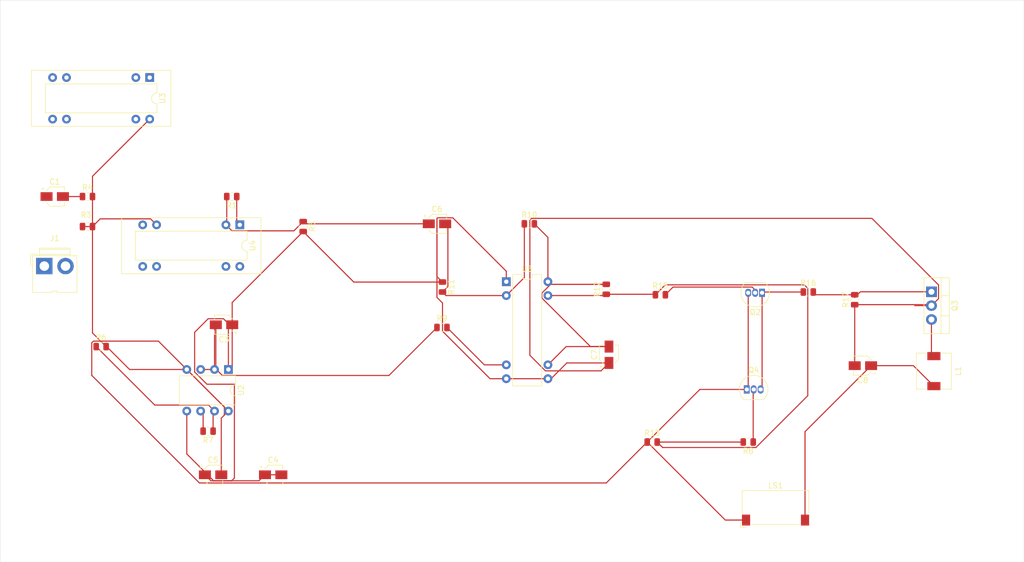
<source format=kicad_pcb>
(kicad_pcb (version 20240108) (generator "pcbnew") (generator_version "8.0")
  (layers (0 "F.Cu" signal) (31 "B.Cu" signal) (34 "B.Paste" user) (35 "F.Paste" user) (36 "B.SilkS" user "B.Silkscreen") (37 "F.SilkS" user "F.Silkscreen") (38 "B.Mask" user) (39 "F.Mask" user) (44 "Edge.Cuts" user))
  (net 0 "")
  (net 1 "/+12v")
  (net 2 "/driver_out")
  (net 3 "Net-(Q2-B)")
  (net 4 "Earth")
  (net 5 "Net-(Q3-G)")
  (net 6 "/sw_out")
  (net 7 "/tri_input")
  (net 8 "Net-(U2-DIS)")
  (net 9 "Net-(C1-Pad2)")
  (net 10 "/v_out")
  (net 11 "/+5v")
  (net 12 "/filter_out")
  (net 13 "Net-(R1-Pad1)")
  (net 14 "/PWM_NET")
  (net 15 "Net-(U5-+)")
  (net 16 "Net-(U5--)")
  (net 17 "/-12v")
  (net 18 "Net-(Q4-B)")
  (net 19 "Net-(J1-Pin_1)")
  (net 20 "/±12v")
  (footprint "Capacitor_SMD:CP_Elec_3x5.3" (layer "F.Cu") (at 98.5 84.5)
    (property "Reference" "C6" (at 0 -2.7 0) (layer "F.SilkS"))
    (property "Value" "C")
    (fp_line (start -2.375 -1.435) (end -2 -1.435) (stroke (width 0.12)) (layer "F.SilkS"))
    (fp_line (start -2.1875 -1.6225) (end -2.1875 -1.2475) (stroke (width 0.12)) (layer "F.SilkS"))
    (fp_line (start -1.570563 -1.06) (end -0.870563 -1.76) (stroke (width 0.12)) (layer "F.SilkS"))
    (fp_line (start -1.570563 1.06) (end -0.870563 1.76) (stroke (width 0.12)) (layer "F.SilkS"))
    (fp_line (start -0.870563 -1.76) (end 1.76 -1.76) (stroke (width 0.12)) (layer "F.SilkS"))
    (fp_line (start -0.870563 1.76) (end 1.76 1.76) (stroke (width 0.12)) (layer "F.SilkS"))
    (fp_line (start 1.76 -1.76) (end 1.76 -1.06) (stroke (width 0.12)) (layer "F.SilkS"))
    (fp_line (start 1.76 1.76) (end 1.76 1.06) (stroke (width 0.12)) (layer "F.SilkS"))
    (pad "1" smd rect (at -1.5 0) (size 2.2 1.6) (layers "F.Cu" "F.Paste" "F.Mask") (net 10 "/v_out"))
    (pad "2" smd rect (at 1.5 0) (size 2.2 1.6) (layers "F.Cu" "F.Paste" "F.Mask") (net 15 "Net-(U5-+)"))
  )
  (footprint "Capacitor_SMD:CP_Elec_3x5.3" (layer "F.Cu") (at 176.5 110.5 180)
    (property "Reference" "C8" (at 0 -2.7 0) (layer "F.SilkS"))
    (property "Value" "C")
    (fp_line (start 1.76 1.76) (end 1.76 1.06) (stroke (width 0.12)) (layer "F.SilkS"))
    (fp_line (start 1.76 -1.76) (end 1.76 -1.06) (stroke (width 0.12)) (layer "F.SilkS"))
    (fp_line (start -0.870563 1.76) (end 1.76 1.76) (stroke (width 0.12)) (layer "F.SilkS"))
    (fp_line (start -0.870563 -1.76) (end 1.76 -1.76) (stroke (width 0.12)) (layer "F.SilkS"))
    (fp_line (start -1.570563 1.06) (end -0.870563 1.76) (stroke (width 0.12)) (layer "F.SilkS"))
    (fp_line (start -1.570563 -1.06) (end -0.870563 -1.76) (stroke (width 0.12)) (layer "F.SilkS"))
    (fp_line (start -2.1875 -1.6225) (end -2.1875 -1.2475) (stroke (width 0.12)) (layer "F.SilkS"))
    (fp_line (start -2.375 -1.435) (end -2 -1.435) (stroke (width 0.12)) (layer "F.SilkS"))
    (pad "1" smd rect (at -1.5 0 180) (size 2.2 1.6) (layers "F.Cu" "F.Paste" "F.Mask") (net 12 "/filter_out"))
    (pad "2" smd rect (at 1.5 0 180) (size 2.2 1.6) (layers "F.Cu" "F.Paste" "F.Mask") (net 4 "Earth"))
  )
  (footprint "Inductor_SMD:L_6.3x6.3_H3" (layer "F.Cu") (at 189.5 111.5 -90)
    (property "Reference" "L1" (at 0 -4.45 90) (layer "F.SilkS"))
    (property "Value" "L")
    (fp_line (start -3.3 3.2) (end -3.3 1.5) (stroke (width 0.12)) (layer "F.SilkS"))
    (fp_line (start 3.3 3.2) (end -3.3 3.2) (stroke (width 0.12)) (layer "F.SilkS"))
    (fp_line (start 3.3 1.5) (end 3.3 3.2) (stroke (width 0.12)) (layer "F.SilkS"))
    (fp_line (start -3.3 -1.5) (end -3.3 -3.2) (stroke (width 0.12)) (layer "F.SilkS"))
    (fp_line (start -3.3 -3.2) (end 3.3 -3.2) (stroke (width 0.12)) (layer "F.SilkS"))
    (fp_line (start 3.3 -3.2) (end 3.3 -1.5) (stroke (width 0.12)) (layer "F.SilkS"))
    (pad "1" smd rect (at -2.75 0 270) (size 1.5 2.4) (layers "F.Cu" "F.Paste" "F.Mask") (net 6 "/sw_out"))
    (pad "2" smd rect (at 2.75 0 270) (size 1.5 2.4) (layers "F.Cu" "F.Paste" "F.Mask") (net 12 "/filter_out"))
  )
  (footprint "Capacitor_SMD:CP_Elec_3x5.3" (layer "F.Cu") (at 59.5 103 180)
    (property "Reference" "C3" (at 0 -2.7 0) (layer "F.SilkS"))
    (property "Value" "C")
    (fp_line (start 1.76 1.76) (end 1.76 1.06) (stroke (width 0.12)) (layer "F.SilkS"))
    (fp_line (start 1.76 -1.76) (end 1.76 -1.06) (stroke (width 0.12)) (layer "F.SilkS"))
    (fp_line (start -0.870563 1.76) (end 1.76 1.76) (stroke (width 0.12)) (layer "F.SilkS"))
    (fp_line (start -0.870563 -1.76) (end 1.76 -1.76) (stroke (width 0.12)) (layer "F.SilkS"))
    (fp_line (start -1.570563 1.06) (end -0.870563 1.76) (stroke (width 0.12)) (layer "F.SilkS"))
    (fp_line (start -1.570563 -1.06) (end -0.870563 -1.76) (stroke (width 0.12)) (layer "F.SilkS"))
    (fp_line (start -2.1875 -1.6225) (end -2.1875 -1.2475) (stroke (width 0.12)) (layer "F.SilkS"))
    (fp_line (start -2.375 -1.435) (end -2 -1.435) (stroke (width 0.12)) (layer "F.SilkS"))
    (pad "1" smd rect (at -1.5 0 180) (size 2.2 1.6) (layers "F.Cu" "F.Paste" "F.Mask") (net 4 "Earth"))
    (pad "2" smd rect (at 1.5 0 180) (size 2.2 1.6) (layers "F.Cu" "F.Paste" "F.Mask") (net 7 "/tri_input"))
  )
  (footprint "Resistor_SMD:R_0805_2012Metric" (layer "F.Cu") (at 166.5 97)
    (property "Reference" "R16" (at 0 -1.65 0) (layer "F.SilkS"))
    (property "Value" "R")
    (fp_line (start -0.227064 -0.735) (end 0.227064 -0.735) (stroke (width 0.12)) (layer "F.SilkS"))
    (fp_line (start -0.227064 0.735) (end 0.227064 0.735) (stroke (width 0.12)) (layer "F.SilkS"))
    (pad "1" smd roundrect (at -0.9125 0) (size 1.025 1.4) (layers "F.Cu" "F.Paste" "F.Mask") (roundrect_rratio 0.243902) (net 2 "/driver_out"))
    (pad "2" smd roundrect (at 0.9125 0) (size 1.025 1.4) (layers "F.Cu" "F.Paste" "F.Mask") (roundrect_rratio 0.243902) (net 5 "Net-(Q3-G)"))
  )
  (footprint "Capacitor_SMD:CP_Elec_3x5.3" (layer "F.Cu") (at 57.5 130.5)
    (property "Reference" "C5" (at 0 -2.7 0) (layer "F.SilkS"))
    (property "Value" "C")
    (fp_line (start -2.375 -1.435) (end -2 -1.435) (stroke (width 0.12)) (layer "F.SilkS"))
    (fp_line (start -2.1875 -1.6225) (end -2.1875 -1.2475) (stroke (width 0.12)) (layer "F.SilkS"))
    (fp_line (start -1.570563 -1.06) (end -0.870563 -1.76) (stroke (width 0.12)) (layer "F.SilkS"))
    (fp_line (start -1.570563 1.06) (end -0.870563 1.76) (stroke (width 0.12)) (layer "F.SilkS"))
    (fp_line (start -0.870563 -1.76) (end 1.76 -1.76) (stroke (width 0.12)) (layer "F.SilkS"))
    (fp_line (start -0.870563 1.76) (end 1.76 1.76) (stroke (width 0.12)) (layer "F.SilkS"))
    (fp_line (start 1.76 -1.76) (end 1.76 -1.06) (stroke (width 0.12)) (layer "F.SilkS"))
    (fp_line (start 1.76 1.76) (end 1.76 1.06) (stroke (width 0.12)) (layer "F.SilkS"))
    (pad "1" smd rect (at -1.5 0) (size 2.2 1.6) (layers "F.Cu" "F.Paste" "F.Mask") (net 4 "Earth"))
    (pad "2" smd rect (at 1.5 0) (size 2.2 1.6) (layers "F.Cu" "F.Paste" "F.Mask") (net 1 "/+12v"))
  )
  (footprint "Resistor_SMD:R_0805_2012Metric" (layer "F.Cu") (at 56.5875 122.5 180)
    (property "Reference" "R7" (at 0 -1.65 0) (layer "F.SilkS"))
    (property "Value" "R")
    (fp_line (start -0.227064 0.735) (end 0.227064 0.735) (stroke (width 0.12)) (layer "F.SilkS"))
    (fp_line (start -0.227064 -0.735) (end 0.227064 -0.735) (stroke (width 0.12)) (layer "F.SilkS"))
    (pad "1" smd roundrect (at -0.9125 0 180) (size 1.025 1.4) (layers "F.Cu" "F.Paste" "F.Mask") (roundrect_rratio 0.243902) (net 8 "Net-(U2-DIS)"))
    (pad "2" smd roundrect (at 0.9125 0 180) (size 1.025 1.4) (layers "F.Cu" "F.Paste" "F.Mask") (roundrect_rratio 0.243902) (net 7 "/tri_input"))
  )
  (footprint "Capacitor_SMD:CP_Elec_3x5.3" (layer "F.Cu") (at 28.5 79.5)
    (property "Reference" "C1" (at 0 -2.7 0) (layer "F.SilkS"))
    (property "Value" "C")
    (fp_line (start -2.375 -1.435) (end -2 -1.435) (stroke (width 0.12)) (layer "F.SilkS"))
    (fp_line (start -2.1875 -1.6225) (end -2.1875 -1.2475) (stroke (width 0.12)) (layer "F.SilkS"))
    (fp_line (start -1.570563 -1.06) (end -0.870563 -1.76) (stroke (width 0.12)) (layer "F.SilkS"))
    (fp_line (start -1.570563 1.06) (end -0.870563 1.76) (stroke (width 0.12)) (layer "F.SilkS"))
    (fp_line (start -0.870563 -1.76) (end 1.76 -1.76) (stroke (width 0.12)) (layer "F.SilkS"))
    (fp_line (start -0.870563 1.76) (end 1.76 1.76) (stroke (width 0.12)) (layer "F.SilkS"))
    (fp_line (start 1.76 -1.76) (end 1.76 -1.06) (stroke (width 0.12)) (layer "F.SilkS"))
    (fp_line (start 1.76 1.76) (end 1.76 1.06) (stroke (width 0.12)) (layer "F.SilkS"))
    (pad "1" smd rect (at -1.5 0) (size 2.2 1.6) (layers "F.Cu" "F.Paste" "F.Mask") (net 19 "Net-(J1-Pin_1)"))
    (pad "2" smd rect (at 1.5 0) (size 2.2 1.6) (layers "F.Cu" "F.Paste" "F.Mask") (net 9 "Net-(C1-Pad2)"))
  )
  (footprint "Capacitor_SMD:CP_Elec_3x5.3" (layer "F.Cu") (at 68.5 130.5)
    (property "Reference" "C4" (at 0 -2.7 0) (layer "F.SilkS"))
    (property "Value" "C")
    (fp_line (start -2.375 -1.435) (end -2 -1.435) (stroke (width 0.12)) (layer "F.SilkS"))
    (fp_line (start -2.1875 -1.6225) (end -2.1875 -1.2475) (stroke (width 0.12)) (layer "F.SilkS"))
    (fp_line (start -1.570563 -1.06) (end -0.870563 -1.76) (stroke (width 0.12)) (layer "F.SilkS"))
    (fp_line (start -1.570563 1.06) (end -0.870563 1.76) (stroke (width 0.12)) (layer "F.SilkS"))
    (fp_line (start -0.870563 -1.76) (end 1.76 -1.76) (stroke (width 0.12)) (layer "F.SilkS"))
    (fp_line (start -0.870563 1.76) (end 1.76 1.76) (stroke (width 0.12)) (layer "F.SilkS"))
    (fp_line (start 1.76 -1.76) (end 1.76 -1.06) (stroke (width 0.12)) (layer "F.SilkS"))
    (fp_line (start 1.76 1.76) (end 1.76 1.06) (stroke (width 0.12)) (layer "F.SilkS"))
    (pad "1" smd rect (at -1.5 0) (size 2.2 1.6) (layers "F.Cu" "F.Paste" "F.Mask") (net 4 "Earth"))
    (pad "2" smd rect (at 1.5 0) (size 2.2 1.6) (layers "F.Cu" "F.Paste" "F.Mask") (net 4 "Earth"))
  )
  (footprint "Connector:JWT_A3963_1x02_P3.96mm_Vertical" (layer "F.Cu") (at 26.5925 92.25)
    (property "Reference" "J1" (at 1.91 -5.08 0) (layer "F.SilkS"))
    (property "Value" "Conn_01x02")
    (fp_line (start -2.5 -2.2) (end -2.5 0) (stroke (width 0.12)) (layer "F.SilkS"))
    (fp_line (start -2.16 -1.91) (end -2.16 0) (stroke (width 0.12)) (layer "F.SilkS"))
    (fp_line (start -2.16 -1.91) (end 5.97 -1.91) (stroke (width 0.12)) (layer "F.SilkS"))
    (fp_line (start -2.16 0) (end -2.16 4.83) (stroke (width 0.12)) (layer "F.SilkS"))
    (fp_line (start -1.2 -2.2) (end -2.5 -2.2) (stroke (width 0.12)) (layer "F.SilkS"))
    (fp_line (start -0.89 -3.3) (end 4.7 -3.3) (stroke (width 0.12)) (layer "F.SilkS"))
    (fp_line (start -0.89 -3.05) (end 4.7 -3.05) (stroke (width 0.12)) (layer "F.SilkS"))
    (fp_line (start -0.89 -2.16) (end 4.7 -2.16) (stroke (width 0.12)) (layer "F.SilkS"))
    (fp_line (start -0.89 -1.91) (end -0.89 -3.3) (stroke (width 0.12)) (layer "F.SilkS"))
    (fp_line (start 1.52 4.57) (end 2.29 4.57) (stroke (width 0.12)) (layer "F.SilkS"))
    (fp_line (start 1.52 4.83) (end -2.16 4.83) (stroke (width 0.12)) (layer "F.SilkS"))
    (fp_line (start 1.52 4.83) (end 1.52 4.57) (stroke (width 0.12)) (layer "F.SilkS"))
    (fp_line (start 2.29 4.57) (end 2.29 4.83) (stroke (width 0.12)) (layer "F.SilkS"))
    (fp_line (start 2.29 4.83) (end 5.97 4.83) (stroke (width 0.12)) (layer "F.SilkS"))
    (fp_line (start 4.7 -1.91) (end 4.7 -3.3) (stroke (width 0.12)) (layer "F.SilkS"))
    (fp_line (start 5.97 -1.91) (end 5.97 0) (stroke (width 0.12)) (layer "F.SilkS"))
    (fp_line (start 5.97 4.83) (end 5.97 0) (stroke (width 0.12)) (layer "F.SilkS"))
    (pad "1" thru_hole rect (at 0 0) (size 3 3) (drill 1.75) (layers "*.Cu" "*.Mask") (net 19 "Net-(J1-Pin_1)"))
    (pad "2" thru_hole circle (at 3.88 0) (size 3 3) (drill 1.75) (layers "*.Cu" "*.Mask") (net 20 "/±12v"))
  )
  (footprint "Package_TO_SOT_THT:TO-92_Inline" (layer "F.Cu") (at 158.04 97.14 180)
    (property "Reference" "Q2" (at 1.27 -3.56 0) (layer "F.SilkS"))
    (property "Value" "BC557")
    (fp_line (start -0.53 1.85) (end 3.07 1.85) (stroke (width 0.12)) (layer "F.SilkS"))
    (fp_arc (start 1.27 -2.6) (mid 3.672087 -0.994977) (end 3.108478 1.838478) (stroke (width 0.12)) (layer "F.SilkS"))
    (fp_arc (start -0.568478 1.838478) (mid -1.132087 -0.994977) (end 1.27 -2.6) (stroke (width 0.12)) (layer "F.SilkS"))
    (pad "1" thru_hole rect (at 0 0 180) (size 1.05 1.5) (drill 0.75) (layers "*.Cu" "*.Mask") (net 2 "/driver_out"))
    (pad "2" thru_hole oval (at 1.27 0 180) (size 1.05 1.5) (drill 0.75) (layers "*.Cu" "*.Mask") (net 3 "Net-(Q2-B)"))
    (pad "3" thru_hole oval (at 2.54 0 180) (size 1.05 1.5) (drill 0.75) (layers "*.Cu" "*.Mask") (net 1 "/+12v"))
  )
  (footprint "Resistor_SMD:R_0805_2012Metric" (layer "F.Cu") (at 99.4125 103.5)
    (property "Reference" "R9" (at 0 -1.65 0) (layer "F.SilkS"))
    (property "Value" "R")
    (fp_line (start -0.227064 -0.735) (end 0.227064 -0.735) (stroke (width 0.12)) (layer "F.SilkS"))
    (fp_line (start -0.227064 0.735) (end 0.227064 0.735) (stroke (width 0.12)) (layer "F.SilkS"))
    (pad "1" smd roundrect (at -0.9125 0) (size 1.025 1.4) (layers "F.Cu" "F.Paste" "F.Mask") (roundrect_rratio 0.243902) (net 7 "/tri_input"))
    (pad "2" smd roundrect (at 0.9125 0) (size 1.025 1.4) (layers "F.Cu" "F.Paste" "F.Mask") (roundrect_rratio 0.243902) (net 16 "Net-(U5--)"))
  )
  (footprint "Resistor_SMD:R_0805_2012Metric" (layer "F.Cu") (at 175 98.4125 90)
    (property "Reference" "R17" (at 0 -1.65 90) (layer "F.SilkS"))
    (property "Value" "R")
    (fp_line (start -0.227064 -0.735) (end 0.227064 -0.735) (stroke (width 0.12)) (layer "F.SilkS"))
    (fp_line (start -0.227064 0.735) (end 0.227064 0.735) (stroke (width 0.12)) (layer "F.SilkS"))
    (pad "1" smd roundrect (at -0.9125 0 90) (size 1.025 1.4) (layers "F.Cu" "F.Paste" "F.Mask") (roundrect_rratio 0.243902) (net 4 "Earth"))
    (pad "2" smd roundrect (at 0.9125 0 90) (size 1.025 1.4) (layers "F.Cu" "F.Paste" "F.Mask") (roundrect_rratio 0.243902) (net 5 "Net-(Q3-G)"))
  )
  (footprint "Resistor_SMD:R_0805_2012Metric" (layer "F.Cu") (at 155.5 124.5 180)
    (property "Reference" "R8" (at 0 -1.65 0) (layer "F.SilkS"))
    (property "Value" "R")
    (fp_line (start -0.227064 0.735) (end 0.227064 0.735) (stroke (width 0.12)) (layer "F.SilkS"))
    (fp_line (start -0.227064 -0.735) (end 0.227064 -0.735) (stroke (width 0.12)) (layer "F.SilkS"))
    (pad "1" smd roundrect (at -0.9125 0 180) (size 1.025 1.4) (layers "F.Cu" "F.Paste" "F.Mask") (roundrect_rratio 0.243902) (net 18 "Net-(Q4-B)"))
    (pad "2" smd roundrect (at 0.9125 0 180) (size 1.025 1.4) (layers "F.Cu" "F.Paste" "F.Mask") (roundrect_rratio 0.243902) (net 14 "/PWM_NET"))
  )
  (footprint "Resistor_SMD:R_0805_2012Metric" (layer "F.Cu") (at 137.9125 124.5)
    (property "Reference" "R13" (at 0 -1.65 0) (layer "F.SilkS"))
    (property "Value" "R")
    (fp_line (start -0.227064 -0.735) (end 0.227064 -0.735) (stroke (width 0.12)) (layer "F.SilkS"))
    (fp_line (start -0.227064 0.735) (end 0.227064 0.735) (stroke (width 0.12)) (layer "F.SilkS"))
    (pad "1" smd roundrect (at -0.9125 0) (size 1.025 1.4) (layers "F.Cu" "F.Paste" "F.Mask") (roundrect_rratio 0.243902) (net 1 "/+12v"))
    (pad "2" smd roundrect (at 0.9125 0) (size 1.025 1.4) (layers "F.Cu" "F.Paste" "F.Mask") (roundrect_rratio 0.243902) (net 14 "/PWM_NET"))
  )
  (footprint "Resistor_SMD:R_0805_2012Metric" (layer "F.Cu") (at 99.5 96.0875 -90)
    (property "Reference" "R11" (at 0 -1.65 90) (layer "F.SilkS"))
    (property "Value" "R")
    (fp_line (start -0.227064 0.735) (end 0.227064 0.735) (stroke (width 0.12)) (layer "F.SilkS"))
    (fp_line (start -0.227064 -0.735) (end 0.227064 -0.735) (stroke (width 0.12)) (layer "F.SilkS"))
    (pad "1" smd roundrect (at -0.9125 0 270) (size 1.025 1.4) (layers "F.Cu" "F.Paste" "F.Mask") (roundrect_rratio 0.243902) (net 4 "Earth"))
    (pad "2" smd roundrect (at 0.9125 0 270) (size 1.025 1.4) (layers "F.Cu" "F.Paste" "F.Mask") (roundrect_rratio 0.243902) (net 15 "Net-(U5-+)"))
  )
  (footprint "Resistor_SMD:R_0805_2012Metric" (layer "F.Cu") (at 74 85 -90)
    (property "Reference" "R5" (at 0 -1.65 90) (layer "F.SilkS"))
    (property "Value" "R")
    (fp_line (start -0.227064 0.735) (end 0.227064 0.735) (stroke (width 0.12)) (layer "F.SilkS"))
    (fp_line (start -0.227064 -0.735) (end 0.227064 -0.735) (stroke (width 0.12)) (layer "F.SilkS"))
    (pad "1" smd roundrect (at -0.9125 0 270) (size 1.025 1.4) (layers "F.Cu" "F.Paste" "F.Mask") (roundrect_rratio 0.243902) (net 10 "/v_out"))
    (pad "2" smd roundrect (at 0.9125 0 270) (size 1.025 1.4) (layers "F.Cu" "F.Paste" "F.Mask") (roundrect_rratio 0.243902) (net 4 "Earth"))
  )
  (footprint "Package_DIP:DIP-8-16_W7.62mm_Socket" (layer "F.Cu") (at 45.89 57.69 -90)
    (property "Reference" "U3" (at 3.81 -2.33 90) (layer "F.SilkS"))
    (property "Value" "TL072")
    (fp_line (start -1.33 21.65) (end 8.95 21.65) (stroke (width 0.12)) (layer "F.SilkS"))
    (fp_line (start 8.95 21.65) (end 8.95 -3.87) (stroke (width 0.12)) (layer "F.SilkS"))
    (fp_line (start 1.16 19.11) (end 6.46 19.11) (stroke (width 0.12)) (layer "F.SilkS"))
    (fp_line (start 6.46 19.11) (end 6.46 -1.33) (stroke (width 0.12)) (layer "F.SilkS"))
    (fp_line (start 1.16 -1.33) (end 1.16 19.11) (stroke (width 0.12)) (layer "F.SilkS"))
    (fp_line (start 2.81 -1.33) (end 1.16 -1.33) (stroke (width 0.12)) (layer "F.SilkS"))
    (fp_line (start 6.46 -1.33) (end 4.81 -1.33) (stroke (width 0.12)) (layer "F.SilkS"))
    (fp_line (start -1.33 -3.87) (end -1.33 21.65) (stroke (width 0.12)) (layer "F.SilkS"))
    (fp_line (start 8.95 -3.87) (end -1.33 -3.87) (stroke (width 0.12)) (layer "F.SilkS"))
    (fp_arc (start 4.81 -1.33) (mid 3.81 -0.33) (end 2.81 -1.33) (stroke (width 0.12)) (layer "F.SilkS"))
    (pad "1" thru_hole rect (at 0 0 270) (size 1.6 1.6) (drill 0.8) (layers "*.Cu" "*.Mask"))
    (pad "2" thru_hole circle (at 0 2.54 270) (size 1.6 1.6) (drill 0.8) (layers "*.Cu" "*.Mask"))
    (pad "3" thru_hole circle (at 0 15.24 270) (size 1.6 1.6) (drill 0.8) (layers "*.Cu" "*.Mask"))
    (pad "4" thru_hole circle (at 0 17.78 270) (size 1.6 1.6) (drill 0.8) (layers "*.Cu" "*.Mask") (net 17 "/-12v"))
    (pad "5" thru_hole circle (at 7.62 17.78 270) (size 1.6 1.6) (drill 0.8) (layers "*.Cu" "*.Mask"))
    (pad "6" thru_hole circle (at 7.62 15.24 270) (size 1.6 1.6) (drill 0.8) (layers "*.Cu" "*.Mask"))
    (pad "7" thru_hole circle (at 7.62 2.54 270) (size 1.6 1.6) (drill 0.8) (layers "*.Cu" "*.Mask"))
    (pad "8" thru_hole circle (at 7.62 0 270) (size 1.6 1.6) (drill 0.8) (layers "*.Cu" "*.Mask") (net 1 "/+12v"))
  )
  (footprint "Package_DIP:DIP-8-16_W7.62mm" (layer "F.Cu") (at 111.195 95.11)
    (property "Reference" "U5" (at 3.81 -2.33 0) (layer "F.SilkS"))
    (property "Value" "LM311")
    (fp_line (start 1.16 -1.33) (end 1.16 19.11) (stroke (width 0.12)) (layer "F.SilkS"))
    (fp_line (start 1.16 19.11) (end 6.46 19.11) (stroke (width 0.12)) (layer "F.SilkS"))
    (fp_line (start 2.81 -1.33) (end 1.16 -1.33) (stroke (width 0.12)) (layer "F.SilkS"))
    (fp_line (start 6.46 -1.33) (end 4.81 -1.33) (stroke (width 0.12)) (layer "F.SilkS"))
    (fp_line (start 6.46 19.11) (end 6.46 -1.33) (stroke (width 0.12)) (layer "F.SilkS"))
    (fp_arc (start 4.81 -1.33) (mid 3.81 -0.33) (end 2.81 -1.33) (stroke (width 0.12)) (layer "F.SilkS"))
    (pad "1" thru_hole rect (at 0 0) (size 1.6 1.6) (drill 0.8) (layers "*.Cu" "*.Mask") (net 4 "Earth"))
    (pad "2" thru_hole circle (at 0 2.54) (size 1.6 1.6) (drill 0.8) (layers "*.Cu" "*.Mask") (net 15 "Net-(U5-+)"))
    (pad "3" thru_hole circle (at 0 15.24) (size 1.6 1.6) (drill 0.8) (layers "*.Cu" "*.Mask") (net 16 "Net-(U5--)"))
    (pad "4" thru_hole circle (at 0 17.78) (size 1.6 1.6) (drill 0.8) (layers "*.Cu" "*.Mask") (net 4 "Earth"))
    (pad "5" thru_hole circle (at 7.62 17.78) (size 1.6 1.6) (drill 0.8) (layers "*.Cu" "*.Mask") (net 4 "Earth"))
    (pad "6" thru_hole circle (at 7.62 15.24) (size 1.6 1.6) (drill 0.8) (layers "*.Cu" "*.Mask") (net 11 "/+5v"))
    (pad "7" thru_hole circle (at 7.62 2.54) (size 1.6 1.6) (drill 0.8) (layers "*.Cu" "*.Mask") (net 14 "/PWM_NET"))
    (pad "8" thru_hole circle (at 7.62 0) (size 1.6 1.6) (drill 0.8) (layers "*.Cu" "*.Mask") (net 11 "/+5v"))
  )
  (footprint "Resistor_SMD:R_0805_2012Metric" (layer "F.Cu") (at 139.4125 97.5)
    (property "Reference" "R15" (at 0 -1.65 0) (layer "F.SilkS"))
    (property "Value" "R")
    (fp_line (start -0.227064 -0.735) (end 0.227064 -0.735) (stroke (width 0.12)) (layer "F.SilkS"))
    (fp_line (start -0.227064 0.735) (end 0.227064 0.735) (stroke (width 0.12)) (layer "F.SilkS"))
    (pad "1" smd roundrect (at -0.9125 0) (size 1.025 1.4) (layers "F.Cu" "F.Paste" "F.Mask") (roundrect_rratio 0.243902) (net 14 "/PWM_NET"))
    (pad "2" smd roundrect (at 0.9125 0) (size 1.025 1.4) (layers "F.Cu" "F.Paste" "F.Mask") (roundrect_rratio 0.243902) (net 3 "Net-(Q2-B)"))
  )
  (footprint "Resistor_SMD:R_0805_2012Metric" (layer "F.Cu") (at 37 107)
    (property "Reference" "R6" (at 0 -1.65 0) (layer "F.SilkS"))
    (property "Value" "R")
    (fp_line (start -0.227064 -0.735) (end 0.227064 -0.735) (stroke (width 0.12)) (layer "F.SilkS"))
    (fp_line (start -0.227064 0.735) (end 0.227064 0.735) (stroke (width 0.12)) (layer "F.SilkS"))
    (pad "1" smd roundrect (at -0.9125 0) (size 1.025 1.4) (layers "F.Cu" "F.Paste" "F.Mask") (roundrect_rratio 0.243902) (net 8 "Net-(U2-DIS)"))
    (pad "2" smd roundrect (at 0.9125 0) (size 1.025 1.4) (layers "F.Cu" "F.Paste" "F.Mask") (roundrect_rratio 0.243902) (net 1 "/+12v"))
  )
  (footprint "Resistor_SMD:R_0805_2012Metric" (layer "F.Cu") (at 60.9125 79.5 180)
    (property "Reference" "R1" (at 0 -1.65 0) (layer "F.SilkS"))
    (property "Value" "R")
    (fp_line (start -0.227064 0.735) (end 0.227064 0.735) (stroke (width 0.12)) (layer "F.SilkS"))
    (fp_line (start -0.227064 -0.735) (end 0.227064 -0.735) (stroke (width 0.12)) (layer "F.SilkS"))
    (pad "1" smd roundrect (at -0.9125 0 180) (size 1.025 1.4) (layers "F.Cu" "F.Paste" "F.Mask") (roundrect_rratio 0.243902) (net 13 "Net-(R1-Pad1)"))
    (pad "2" smd roundrect (at 0.9125 0 180) (size 1.025 1.4) (layers "F.Cu" "F.Paste" "F.Mask") (roundrect_rratio 0.243902) (net 10 "/v_out"))
  )
  (footprint "Package_TO_SOT_THT:TO-92_Inline" (layer "F.Cu") (at 155.23 114.86)
    (property "Reference" "Q4" (at 1.27 -3.56 0) (layer "F.SilkS"))
    (property "Value" "BC547")
    (fp_line (start -0.53 1.85) (end 3.07 1.85) (stroke (width 0.12)) (layer "F.SilkS"))
    (fp_arc (start -0.568478 1.838478) (mid -1.132087 -0.994977) (end 1.27 -2.6) (stroke (width 0.12)) (layer "F.SilkS"))
    (fp_arc (start 1.27 -2.6) (mid 3.672087 -0.994977) (end 3.108478 1.838478) (stroke (width 0.12)) (layer "F.SilkS"))
    (pad "1" thru_hole rect (at 0 0) (size 1.05 1.5) (drill 0.75) (layers "*.Cu" "*.Mask") (net 1 "/+12v"))
    (pad "2" thru_hole oval (at 1.27 0) (size 1.05 1.5) (drill 0.75) (layers "*.Cu" "*.Mask") (net 18 "Net-(Q4-B)"))
    (pad "3" thru_hole oval (at 2.54 0) (size 1.05 1.5) (drill 0.75) (layers "*.Cu" "*.Mask") (net 2 "/driver_out"))
  )
  (footprint "Resistor_SMD:R_0805_2012Metric" (layer "F.Cu") (at 115.4125 84.5)
    (property "Reference" "R10" (at 0 -1.65 0) (layer "F.SilkS"))
    (property "Value" "R")
    (fp_line (start -0.227064 -0.735) (end 0.227064 -0.735) (stroke (width 0.12)) (layer "F.SilkS"))
    (fp_line (start -0.227064 0.735) (end 0.227064 0.735) (stroke (width 0.12)) (layer "F.SilkS"))
    (pad "1" smd roundrect (at -0.9125 0) (size 1.025 1.4) (layers "F.Cu" "F.Paste" "F.Mask") (roundrect_rratio 0.243902) (net 15 "Net-(U5-+)"))
    (pad "2" smd roundrect (at 0.9125 0) (size 1.025 1.4) (layers "F.Cu" "F.Paste" "F.Mask") (roundrect_rratio 0.243902) (net 11 "/+5v"))
  )
  (footprint "Package_TO_SOT_THT:TO-220-3_Vertical" (layer "F.Cu") (at 189.055 96.96 -90)
    (property "Reference" "Q3" (at 2.54 -4.27 90) (layer "F.SilkS"))
    (property "Value" "IRF540N")
    (fp_line (start -2.58 1.371) (end 7.66 1.371) (stroke (width 0.12)) (layer "F.SilkS"))
    (fp_line (start -2.58 -1.76) (end 7.66 -1.76) (stroke (width 0.12)) (layer "F.SilkS"))
    (fp_line (start -2.58 -3.27) (end -2.58 1.371) (stroke (width 0.12)) (layer "F.SilkS"))
    (fp_line (start -2.58 -3.27) (end 7.66 -3.27) (stroke (width 0.12)) (layer "F.SilkS"))
    (fp_line (start 0.69 -3.27) (end 0.69 -1.76) (stroke (width 0.12)) (layer "F.SilkS"))
    (fp_line (start 4.391 -3.27) (end 4.391 -1.76) (stroke (width 0.12)) (layer "F.SilkS"))
    (fp_line (start 7.66 -3.27) (end 7.66 1.371) (stroke (width 0.12)) (layer "F.SilkS"))
    (pad "1" thru_hole rect (at 0 0 270) (size 1.905 2) (drill 1.1) (layers "*.Cu" "*.Mask") (net 5 "Net-(Q3-G)"))
    (pad "2" thru_hole oval (at 2.54 0 270) (size 1.905 2) (drill 1.1) (layers "*.Cu" "*.Mask") (net 4 "Earth"))
    (pad "3" thru_hole oval (at 5.08 0 270) (size 1.905 2) (drill 1.1) (layers "*.Cu" "*.Mask") (net 6 "/sw_out"))
  )
  (footprint "Capacitor_SMD:CP_Elec_3x5.3" (layer "F.Cu") (at 130 108.5 90)
    (property "Reference" "C7" (at 0 -2.7 90) (layer "F.SilkS"))
    (property "Value" "C")
    (fp_line (start 1.76 -1.76) (end 1.76 -1.06) (stroke (width 0.12)) (layer "F.SilkS"))
    (fp_line (start -0.870563 -1.76) (end 1.76 -1.76) (stroke (width 0.12)) (layer "F.SilkS"))
    (fp_line (start -2.1875 -1.6225) (end -2.1875 -1.2475) (stroke (width 0.12)) (layer "F.SilkS"))
    (fp_line (start -2.375 -1.435) (end -2 -1.435) (stroke (width 0.12)) (layer "F.SilkS"))
    (fp_line (start -1.570563 -1.06) (end -0.870563 -1.76) (stroke (width 0.12)) (layer "F.SilkS"))
    (fp_line (start -1.570563 1.06) (end -0.870563 1.76) (stroke (width 0.12)) (layer "F.SilkS"))
    (fp_line (start 1.76 1.76) (end 1.76 1.06) (stroke (width 0.12)) (layer "F.SilkS"))
    (fp_line (start -0.870563 1.76) (end 1.76 1.76) (stroke (width 0.12)) (layer "F.SilkS"))
    (pad "1" smd rect (at -1.5 0 90) (size 2.2 1.6) (layers "F.Cu" "F.Paste" "F.Mask") (net 4 "Earth"))
    (pad "2" smd rect (at 1.5 0 90) (size 2.2 1.6) (layers "F.Cu" "F.Paste" "F.Mask") (net 11 "/+5v"))
  )
  (footprint "Resistor_SMD:R_0805_2012Metric" (layer "F.Cu") (at 34.5 79.5)
    (property "Reference" "R4" (at 0 -1.65 0) (layer "F.SilkS"))
    (property "Value" "R")
    (fp_line (start -0.227064 -0.735) (end 0.227064 -0.735) (stroke (width 0.12)) (layer "F.SilkS"))
    (fp_line (start -0.227064 0.735) (end 0.227064 0.735) (stroke (width 0.12)) (layer "F.SilkS"))
    (pad "1" smd roundrect (at -0.9125 0) (size 1.025 1.4) (layers "F.Cu" "F.Paste" "F.Mask") (roundrect_rratio 0.243902) (net 9 "Net-(C1-Pad2)"))
    (pad "2" smd roundrect (at 0.9125 0) (size 1.025 1.4) (layers "F.Cu" "F.Paste" "F.Mask") (roundrect_rratio 0.243902) (net 1 "/+12v"))
  )
  (footprint "Buzzer_Beeper:Speaker_CUI_CMR-1206S-67" (layer "F.Cu") (at 160.5 136.5)
    (property "Reference" "LS1" (at 0 -4 0) (layer "F.SilkS"))
    (property "Value" "Speaker")
    (fp_line (start -6.45 2.6) (end -6.45 3.6) (stroke (width 0.12)) (layer "F.SilkS"))
    (fp_line (start -6.45 3.6) (end -5.45 3.6) (stroke (width 0.12)) (layer "F.SilkS"))
    (fp_line (start -6.1 -3.1) (end 6.1 -3.1) (stroke (width 0.12)) (layer "F.SilkS"))
    (fp_line (start -6.1 1.05) (end -6.1 -3.1) (stroke (width 0.12)) (layer "F.SilkS"))
    (fp_line (start 4.4 3.1) (end -4.4 3.1) (stroke (width 0.12)) (layer "F.SilkS"))
    (fp_line (start 6.1 -3.1) (end 6.1 1.05) (stroke (width 0.12)) (layer "F.SilkS"))
    (pad "1" smd rect (at -5.4 2.3 180) (size 1.5 2) (layers "F.Cu" "F.Mask") (net 1 "/+12v"))
    (pad "2" smd rect (at 5.4 2.3 180) (size 1.5 2) (layers "F.Cu" "F.Mask") (net 12 "/filter_out"))
  )
  (footprint "Resistor_SMD:R_0805_2012Metric" (layer "F.Cu") (at 34.5 85)
    (property "Reference" "R3" (at -0.261905 -2.147562 0) (layer "F.SilkS"))
    (property "Value" "R")
    (fp_line (start -0.227064 -0.735) (end 0.227064 -0.735) (stroke (width 0.12)) (layer "F.SilkS"))
    (fp_line (start -0.227064 0.735) (end 0.227064 0.735) (stroke (width 0.12)) (layer "F.SilkS"))
    (pad "1" smd roundrect (at -0.9125 0) (size 1.025 1.4) (layers "F.Cu" "F.Paste" "F.Mask") (roundrect_rratio 0.243902) (net 1 "/+12v"))
    (pad "2" smd roundrect (at 0.9125 0) (size 1.025 1.4) (layers "F.Cu" "F.Paste" "F.Mask") (roundrect_rratio 0.243902) (net 1 "/+12v"))
  )
  (footprint "Resistor_SMD:R_0805_2012Metric" (layer "F.Cu") (at 129.5 96.5 90)
    (property "Reference" "R12" (at 0 -1.65 90) (layer "F.SilkS"))
    (property "Value" "R")
    (fp_line (start -0.227064 -0.735) (end 0.227064 -0.735) (stroke (width 0.12)) (layer "F.SilkS"))
    (fp_line (start -0.227064 0.735) (end 0.227064 0.735) (stroke (width 0.12)) (layer "F.SilkS"))
    (pad "1" smd roundrect (at -0.9125 0 90) (size 1.025 1.4) (layers "F.Cu" "F.Paste" "F.Mask") (roundrect_rratio 0.243902) (net 14 "/PWM_NET"))
    (pad "2" smd roundrect (at 0.9125 0 90) (size 1.025 1.4) (layers "F.Cu" "F.Paste" "F.Mask") (roundrect_rratio 0.243902) (net 11 "/+5v"))
  )
  (footprint "Package_DIP:DIP-8-16_W7.62mm_Socket" (layer "F.Cu") (at 62.39 84.69 -90)
    (property "Reference" "U4" (at 3.81 -2.33 90) (layer "F.SilkS"))
    (property "Value" "TL072")
    (fp_line (start -1.33 21.65) (end 8.95 21.65) (stroke (width 0.12)) (layer "F.SilkS"))
    (fp_line (start 8.95 21.65) (end 8.95 -3.87) (stroke (width 0.12)) (layer "F.SilkS"))
    (fp_line (start 1.16 19.11) (end 6.46 19.11) (stroke (width 0.12)) (layer "F.SilkS"))
    (fp_line (start 6.46 19.11) (end 6.46 -1.33) (stroke (width 0.12)) (layer "F.SilkS"))
    (fp_line (start 1.16 -1.33) (end 1.16 19.11) (stroke (width 0.12)) (layer "F.SilkS"))
    (fp_line (start 2.81 -1.33) (end 1.16 -1.33) (stroke (width 0.12)) (layer "F.SilkS"))
    (fp_line (start 6.46 -1.33) (end 4.81 -1.33) (stroke (width 0.12)) (layer "F.SilkS"))
    (fp_line (start -1.33 -3.87) (end -1.33 21.65) (stroke (width 0.12)) (layer "F.SilkS"))
    (fp_line (start 8.95 -3.87) (end -1.33 -3.87) (stroke (width 0.12)) (layer "F.SilkS"))
    (fp_arc (start 4.81 -1.33) (mid 3.81 -0.33) (end 2.81 -1.33) (stroke (width 0.12)) (layer "F.SilkS"))
    (pad "1" thru_hole rect (at 0 0 270) (size 1.6 1.6) (drill 0.8) (layers "*.Cu" "*.Mask") (net 13 "Net-(R1-Pad1)"))
    (pad "2" thru_hole circle (at 0 2.54 270) (size 1.6 1.6) (drill 0.8) (layers "*.Cu" "*.Mask") (net 10 "/v_out"))
    (pad "3" thru_hole circle (at 0 15.24 270) (size 1.6 1.6) (drill 0.8) (layers "*.Cu" "*.Mask") (net 1 "/+12v"))
    (pad "4" thru_hole circle (at 0 17.78 270) (size 1.6 1.6) (drill 0.8) (layers "*.Cu" "*.Mask"))
    (pad "5" thru_hole circle (at 7.62 17.78 270) (size 1.6 1.6) (drill 0.8) (layers "*.Cu" "*.Mask"))
    (pad "6" thru_hole circle (at 7.62 15.24 270) (size 1.6 1.6) (drill 0.8) (layers "*.Cu" "*.Mask"))
    (pad "7" thru_hole circle (at 7.62 2.54 270) (size 1.6 1.6) (drill 0.8) (layers "*.Cu" "*.Mask"))
    (pad "8" thru_hole circle (at 7.62 0 270) (size 1.6 1.6) (drill 0.8) (layers "*.Cu" "*.Mask"))
  )
  (footprint "Package_DIP:DIP-8_W7.62mm" (layer "F.Cu") (at 60.3 111.2 -90)
    (property "Reference" "U2" (at 3.81 -2.33 90) (layer "F.SilkS"))
    (property "Value" "LMC555xN")
    (fp_line (start 1.16 8.95) (end 6.46 8.95) (stroke (width 0.12)) (layer "F.SilkS"))
    (fp_line (start 6.46 8.95) (end 6.46 -1.33) (stroke (width 0.12)) (layer "F.SilkS"))
    (fp_line (start 1.16 -1.33) (end 1.16 8.95) (stroke (width 0.12)) (layer "F.SilkS"))
    (fp_line (start 2.81 -1.33) (end 1.16 -1.33) (stroke (width 0.12)) (layer "F.SilkS"))
    (fp_line (start 6.46 -1.33) (end 4.81 -1.33) (stroke (width 0.12)) (layer "F.SilkS"))
    (fp_arc (start 4.81 -1.33) (mid 3.81 -0.33) (end 2.81 -1.33) (stroke (width 0.12)) (layer "F.SilkS"))
    (pad "1" thru_hole rect (at 0 0 270) (size 1.6 1.6) (drill 0.8) (layers "*.Cu" "*.Mask") (net 4 "Earth"))
    (pad "2" thru_hole oval (at 0 2.54 270) (size 1.6 1.6) (drill 0.8) (layers "*.Cu" "*.Mask") (net 7 "/tri_input"))
    (pad "3" thru_hole oval (at 0 5.08 270) (size 1.6 1.6) (drill 0.8) (layers "*.Cu" "*.Mask") (net 7 "/tri_input"))
    (pad "4" thru_hole oval (at 0 7.62 270) (size 1.6 1.6) (drill 0.8) (layers "*.Cu" "*.Mask") (net 1 "/+12v"))
    (pad "5" thru_hole oval (at 7.62 7.62 270) (size 1.6 1.6) (drill 0.8) (layers "*.Cu" "*.Mask") (net 4 "Earth"))
    (pad "6" thru_hole oval (at 7.62 5.08 270) (size 1.6 1.6) (drill 0.8) (layers "*.Cu" "*.Mask") (net 7 "/tri_input"))
    (pad "7" thru_hole oval (at 7.62 2.54 270) (size 1.6 1.6) (drill 0.8) (layers "*.Cu" "*.Mask") (net 8 "Net-(U2-DIS)"))
    (pad "8" thru_hole oval (at 7.62 0 270) (size 1.6 1.6) (drill 0.8) (layers "*.Cu" "*.Mask") (net 1 "/+12v"))
  )
  (gr_rect (start 18.5 43.5) (end 206 146.5) (stroke (width 0.05)) (fill none) (layer "Edge.Cuts"))
  (segment (start 59.56 118.08) (end 59.56 119.56) (width 0.2) (layer "F.Cu") (net 1))
  (segment (start 35.275 112.275) (end 35.275 106.315256) (width 0.2) (layer "F.Cu") (net 1))
  (segment (start 35.4125 85) (end 36.8225 83.59) (width 0.2) (layer "F.Cu") (net 1))
  (segment (start 35.4125 85) (end 33.5875 85) (width 0.2) (layer "F.Cu") (net 1))
  (segment (start 35.4125 85) (end 35.4125 104.5) (width 0.2) (layer "F.Cu") (net 1))
  (segment (start 137 124.5) (end 146.64 114.86) (width 0.2) (layer "F.Cu") (net 1))
  (segment (start 46.05 83.59) (end 47.15 84.69) (width 0.2) (layer "F.Cu") (net 1))
  (segment (start 42.2 111.2) (end 52.68 111.2) (width 0.2) (layer "F.Cu") (net 1))
  (segment (start 47.48 106) (end 59.56 118.08) (width 0.2) (layer "F.Cu") (net 1))
  (segment (start 38 107) (end 42.2 111.2) (width 0.2) (layer "F.Cu") (net 1))
  (segment (start 137 124.5) (end 129.5 132) (width 0.2) (layer "F.Cu") (net 1))
  (segment (start 151.3 138.8) (end 155.1 138.8) (width 0.2) (layer "F.Cu") (net 1))
  (segment (start 59 120.12) (end 59.56 119.56) (width 0.2) (layer "F.Cu") (net 1))
  (segment (start 137.327756 124.5) (end 137 124.5) (width 0.2) (layer "F.Cu") (net 1))
  (segment (start 35.4125 79.5) (end 35.4125 75.7875) (width 0.2) (layer "F.Cu") (net 1))
  (segment (start 55 132) (end 35.275 112.275) (width 0.2) (layer "F.Cu") (net 1))
  (segment (start 36.8225 83.59) (end 46.05 83.59) (width 0.2) (layer "F.Cu") (net 1))
  (segment (start 60.3 118.82) (end 52.68 111.2) (width 0.2) (layer "F.Cu") (net 1))
  (segment (start 59.56 119.56) (end 60.3 118.82) (width 0.2) (layer "F.Cu") (net 1))
  (segment (start 35.275 106.315256) (end 35.590256 106) (width 0.2) (layer "F.Cu") (net 1))
  (segment (start 129.5 132) (end 55 132) (width 0.2) (layer "F.Cu") (net 1))
  (segment (start 59 130.5) (end 59 120.12) (width 0.2) (layer "F.Cu") (net 1))
  (segment (start 35.4125 79.5) (end 35.4125 85) (width 0.2) (layer "F.Cu") (net 1))
  (segment (start 35.4125 75.7875) (end 45.89 65.31) (width 0.2) (layer "F.Cu") (net 1))
  (segment (start 146.64 114.86) (end 155.23 114.86) (width 0.2) (layer "F.Cu") (net 1))
  (segment (start 35.4125 104.5) (end 37.9125 107) (width 0.2) (layer "F.Cu") (net 1))
  (segment (start 35.590256 106) (end 47.48 106) (width 0.2) (layer "F.Cu") (net 1))
  (segment (start 37.9125 107) (end 38 107) (width 0.2) (layer "F.Cu") (net 1))
  (segment (start 155.5 97.14) (end 155.5 114.59) (width 0.2) (layer "F.Cu") (net 1))
  (segment (start 137 124.5) (end 151.3 138.8) (width 0.2) (layer "F.Cu") (net 1))
  (segment (start 155.5 114.59) (end 155.23 114.86) (width 0.2) (layer "F.Cu") (net 1))
  (segment (start 165.5875 97) (end 158.18 97) (width 0.2) (layer "F.Cu") (net 2))
  (segment (start 158.18 97) (end 158.04 97.14) (width 0.2) (layer "F.Cu") (net 2))
  (segment (start 158.04 97.14) (end 158.04 114.59) (width 0.2) (layer "F.Cu") (net 2))
  (segment (start 158.04 114.59) (end 157.77 114.86) (width 0.2) (layer "F.Cu") (net 2))
  (segment (start 141.735 96.09) (end 140.325 97.5) (width 0.2) (layer "F.Cu") (net 3))
  (segment (start 156.77 96.64) (end 156.22 96.09) (width 0.2) (layer "F.Cu") (net 3))
  (segment (start 156.77 97.14) (end 156.77 96.64) (width 0.2) (layer "F.Cu") (net 3))
  (segment (start 156.22 96.09) (end 141.735 96.09) (width 0.2) (layer "F.Cu") (net 3))
  (segment (start 59.4 101.9) (end 60.3 102.8) (width 0.2) (layer "F.Cu") (net 4))
  (segment (start 61 98.9125) (end 74 85.9125) (width 0.2) (layer "F.Cu") (net 4))
  (segment (start 189 100) (end 189 99.555) (width 0.2) (layer "F.Cu") (net 4))
  (segment (start 101.4 83.4) (end 111.195 93.195) (width 0.2) (layer "F.Cu") (net 4))
  (segment (start 118.359365 111.45) (end 115.5125 108.603135) (width 0.2) (layer "F.Cu") (net 4))
  (segment (start 118.815 112.89) (end 119.39 112.89) (width 0.2) (layer "F.Cu") (net 4))
  (segment (start 115.5125 83.815256) (end 115.827756 83.5) (width 0.2) (layer "F.Cu") (net 4))
  (segment (start 83.2625 95.175) (end 74 85.9125) (width 0.2) (layer "F.Cu") (net 4))
  (segment (start 130 110) (end 128.55 111.45) (width 0.2) (layer "F.Cu") (net 4))
  (segment (start 57.1 131.6) (end 56 130.5) (width 0.2) (layer "F.Cu") (net 4))
  (segment (start 99.5 95.175) (end 83.2625 95.175) (width 0.2) (layer "F.Cu") (net 4))
  (segment (start 70 130.5) (end 67 130.5) (width 0.2) (layer "F.Cu") (net 4))
  (segment (start 52.68 118.82) (end 52.68 126.68) (width 0.2) (layer "F.Cu") (net 4))
  (segment (start 57.6 131.6) (end 60.9 131.6) (width 0.2) (layer "F.Cu") (net 4))
  (segment (start 189.055 99.5) (end 186 99.5) (width 0.2) (layer "F.Cu") (net 4))
  (segment (start 61.4 113.9) (end 56.364365 113.9) (width 0.2) (layer "F.Cu") (net 4))
  (segment (start 189 99.555) (end 189.055 99.5) (width 0.2) (layer "F.Cu") (net 4))
  (segment (start 98.5 94.175) (end 99.5 95.175) (width 0.2) (layer "F.Cu") (net 4))
  (segment (start 61 103) (end 61 110.5) (width 0.2) (layer "F.Cu") (net 4))
  (segment (start 108.217756 112.89) (end 99.5125 104.184744) (width 0.2) (layer "F.Cu") (net 4))
  (segment (start 175 99.325) (end 188.325 99.325) (width 0.2) (layer "F.Cu") (net 4))
  (segment (start 54.12 111.655635) (end 54.12 104.38) (width 0.2) (layer "F.Cu") (net 4))
  (segment (start 175 99.325) (end 175 110.5) (width 0.2) (layer "F.Cu") (net 4))
  (segment (start 65.9 131.6) (end 57.1 131.6) (width 0.2) (layer "F.Cu") (net 4))
  (segment (start 98.5 98) (end 98.5 83.5) (width 0.2) (layer "F.Cu") (net 4))
  (segment (start 67 130.5) (end 65.9 131.6) (width 0.2) (layer "F.Cu") (net 4))
  (segment (start 56.364365 113.9) (end 54.12 111.655635) (width 0.2) (layer "F.Cu") (net 4))
  (segment (start 178.1475 83.5) (end 190.355 95.7075) (width 0.2) (layer "F.Cu") (net 4))
  (segment (start 52.68 126.68) (end 57.6 131.6) (width 0.2) (layer "F.Cu") (net 4))
  (segment (start 61 103) (end 61 98.9125) (width 0.2) (layer "F.Cu") (net 4))
  (segment (start 188.325 99.325) (end 189 100) (width 0.2) (layer "F.Cu") (net 4))
  (segment (start 122.28 110) (end 130 110) (width 0.2) (layer "F.Cu") (net 4))
  (segment (start 111.195 112.89) (end 108.217756 112.89) (width 0.2) (layer "F.Cu") (net 4))
  (segment (start 119.39 112.89) (end 122.28 110) (width 0.2) (layer "F.Cu") (net 4))
  (segment (start 56.6 101.9) (end 59.4 101.9) (width 0.2) (layer "F.Cu") (net 4))
  (segment (start 128.55 111.45) (end 118.359365 111.45) (width 0.2) (layer "F.Cu") (net 4))
  (segment (start 99.5125 99.0125) (end 98.5 98) (width 0.2) (layer "F.Cu") (net 4))
  (segment (start 61.4 131.1) (end 61.4 113.9) (width 0.2) (layer "F.Cu") (net 4))
  (segment (start 115.827756 83.5) (end 178.1475 83.5) (width 0.2) (layer "F.Cu") (net 4))
  (segment (start 111.195 93.195) (end 111.195 95.11) (width 0.2) (layer "F.Cu") (net 4))
  (segment (start 99.5125 104.184744) (end 99.5125 99.0125) (width 0.2) (layer "F.Cu") (net 4))
  (segment (start 61 110.5) (end 60.3 111.2) (width 0.2) (layer "F.Cu") (net 4))
  (segment (start 190.355 98.2125) (end 189.2425 99.325) (width 0.2) (layer "F.Cu") (net 4))
  (segment (start 60.3 102.8) (end 60.3 111.2) (width 0.2) (layer "F.Cu") (net 4))
  (segment (start 115.5125 108.603135) (end 115.5125 83.815256) (width 0.2) (layer "F.Cu") (net 4))
  (segment (start 98.5 83.5) (end 98.6 83.4) (width 0.2) (layer "F.Cu") (net 4))
  (segment (start 60.9 131.6) (end 61.4 131.1) (width 0.2) (layer "F.Cu") (net 4))
  (segment (start 118.815 112.89) (end 111.195 112.89) (width 0.2) (layer "F.Cu") (net 4))
  (segment (start 189.2425 99.325) (end 175 99.325) (width 0.2) (layer "F.Cu") (net 4))
  (segment (start 54.12 104.38) (end 56.6 101.9) (width 0.2) (layer "F.Cu") (net 4))
  (segment (start 98.6 83.4) (end 101.4 83.4) (width 0.2) (layer "F.Cu") (net 4))
  (segment (start 190.355 95.7075) (end 190.355 98.2125) (width 0.2) (layer "F.Cu") (net 4))
  (segment (start 98.5 83.5) (end 98.5 94.175) (width 0.2) (layer "F.Cu") (net 4))
  (segment (start 167.9125 97.5) (end 167.4125 97) (width 0.2) (layer "F.Cu") (net 5))
  (segment (start 175 97.5) (end 167.9125 97.5) (width 0.2) (layer "F.Cu") (net 5))
  (segment (start 176.04 96.96) (end 189.055 96.96) (width 0.2) (layer "F.Cu") (net 5))
  (segment (start 175 98) (end 176.04 96.96) (width 0.2) (layer "F.Cu") (net 5))
  (segment (start 175 97.5) (end 175 98) (width 0.2) (layer "F.Cu") (net 5))
  (segment (start 189.055 108.305) (end 189.5 108.75) (width 0.2) (layer "F.Cu") (net 6))
  (segment (start 189.055 102.04) (end 189.055 108.305) (width 0.2) (layer "F.Cu") (net 6))
  (segment (start 55.22 111.2) (end 57.76 111.2) (width 0.2) (layer "F.Cu") (net 7))
  (segment (start 89.7 112.3) (end 59.2 112.3) (width 0.2) (layer "F.Cu") (net 7))
  (segment (start 59.2 112.3) (end 58 111.1) (width 0.2) (layer "F.Cu") (net 7))
  (segment (start 57.76 103.24) (end 58 103) (width 0.2) (layer "F.Cu") (net 7))
  (segment (start 98.5 103.5) (end 89.7 112.3) (width 0.2) (layer "F.Cu") (net 7))
  (segment (start 55.675 119.275) (end 55.22 118.82) (width 0.2) (layer "F.Cu") (net 7))
  (segment (start 55.675 122.5) (end 55.675 119.275) (width 0.2) (layer "F.Cu") (net 7))
  (segment (start 57.76 111.2) (end 57.76 103.24) (width 0.2) (layer "F.Cu") (net 7))
  (segment (start 58 111.1) (end 58 103) (width 0.2) (layer "F.Cu") (net 7))
  (segment (start 46.8075 117.72) (end 56.66 117.72) (width 0.2) (layer "F.Cu") (net 8))
  (segment (start 36.0875 107) (end 46.8075 117.72) (width 0.2) (layer "F.Cu") (net 8))
  (segment (start 57.5 122.5) (end 57.5 119.08) (width 0.2) (layer "F.Cu") (net 8))
  (segment (start 56.66 117.72) (end 57.76 118.82) (width 0.2) (layer "F.Cu") (net 8))
  (segment (start 57.5 119.08) (end 57.76 118.82) (width 0.2) (layer "F.Cu") (net 8))
  (segment (start 33.5875 79.5) (end 30 79.5) (width 0.2) (layer "F.Cu") (net 9))
  (segment (start 74 84.0875) (end 72.2975 85.79) (width 0.2) (layer "F.Cu") (net 10))
  (segment (start 97 84.5) (end 74.4125 84.5) (width 0.2) (layer "F.Cu") (net 10))
  (segment (start 72.2975 85.79) (end 60.95 85.79) (width 0.2) (layer "F.Cu") (net 10))
  (segment (start 60.95 85.79) (end 59.85 84.69) (width 0.2) (layer "F.Cu") (net 10))
  (segment (start 60 79.5) (end 60 84.54) (width 0.2) (layer "F.Cu") (net 10))
  (segment (start 60 84.54) (end 59.85 84.69) (width 0.2) (layer "F.Cu") (net 10))
  (segment (start 74.4125 84.5) (end 74 84.0875) (width 0.2) (layer "F.Cu") (net 10))
  (segment (start 118.815 95.11) (end 118.815 86.99) (width 0.2) (layer "F.Cu") (net 11))
  (segment (start 126.609365 107) (end 117.715 98.105635) (width 0.2) (layer "F.Cu") (net 11))
  (segment (start 117.715 97.194365) (end 119.321865 95.5875) (width 0.2) (layer "F.Cu") (net 11))
  (segment (start 122.165 107) (end 118.815 110.35) (width 0.2) (layer "F.Cu") (net 11))
  (segment (start 118.815 86.99) (end 116.325 84.5) (width 0.2) (layer "F.Cu") (net 11))
  (segment (start 119.321865 95.5875) (end 129.5 95.5875) (width 0.2) (layer "F.Cu") (net 11))
  (segment (start 119.2925 95.5875) (end 118.815 95.11) (width 0.2) (layer "F.Cu") (net 11))
  (segment (start 129.5 95.5875) (end 119.2925 95.5875) (width 0.2) (layer "F.Cu") (net 11))
  (segment (start 117.715 98.105635) (end 117.715 97.194365) (width 0.2) (layer "F.Cu") (net 11))
  (segment (start 130 107) (end 122.165 107) (width 0.2) (layer "F.Cu") (net 11))
  (segment (start 130 107) (end 126.609365 107) (width 0.2) (layer "F.Cu") (net 11))
  (segment (start 165.9 138.8) (end 165.9 122.6) (width 0.2) (layer "F.Cu") (net 12))
  (segment (start 185.75 110.5) (end 189.5 114.25) (width 0.2) (layer "F.Cu") (net 12))
  (segment (start 178 110.5) (end 185.75 110.5) (width 0.2) (layer "F.Cu") (net 12))
  (segment (start 165.9 122.6) (end 178 110.5) (width 0.2) (layer "F.Cu") (net 12))
  (segment (start 61.825 83.825) (end 61.825 79.5) (width 0.2) (layer "F.Cu") (net 13))
  (segment (start 62.39 84.61) (end 62.5 84.5) (width 0.2) (layer "F.Cu") (net 13))
  (segment (start 62.5 84.5) (end 61.825 83.825) (width 0.2) (layer "F.Cu") (net 13))
  (segment (start 62.39 84.69) (end 62.39 84.61) (width 0.2) (layer "F.Cu") (net 13))
  (segment (start 156.909744 125.5) (end 139.825 125.5) (width 0.2) (layer "F.Cu") (net 14))
  (segment (start 166.4 96.315256) (end 166.4 116.009744) (width 0.2) (layer "F.Cu") (net 14))
  (segment (start 140.31 95.69) (end 165.774744 95.69) (width 0.2) (layer "F.Cu") (net 14))
  (segment (start 138.4125 97.4125) (end 138.5 97.5) (width 0.2) (layer "F.Cu") (net 14))
  (segment (start 166.4 116.009744) (end 156.909744 125.5) (width 0.2) (layer "F.Cu") (net 14))
  (segment (start 129.4125 97.4125) (end 129.175 97.65) (width 0.2) (layer "F.Cu") (net 14))
  (segment (start 165.774744 95.69) (end 166.4 96.315256) (width 0.2) (layer "F.Cu") (net 14))
  (segment (start 139.825 125.5) (end 138.825 124.5) (width 0.2) (layer "F.Cu") (net 14))
  (segment (start 129.5 97.4125) (end 129.4125 97.4125) (width 0.2) (layer "F.Cu") (net 14))
  (segment (start 129.175 97.65) (end 118.815 97.65) (width 0.2) (layer "F.Cu") (net 14))
  (segment (start 129.5 97.4125) (end 138.4125 97.4125) (width 0.2) (layer "F.Cu") (net 14))
  (segment (start 138.825 124.5) (end 154.5875 124.5) (width 0.2) (layer "F.Cu") (net 14))
  (segment (start 138.5 97.5) (end 140.31 95.69) (width 0.2) (layer "F.Cu") (net 14))
  (segment (start 111.195 97.65) (end 100.15 97.65) (width 0.2) (layer "F.Cu") (net 15))
  (segment (start 114.5 84.5) (end 114.5 94.345) (width 0.2) (layer "F.Cu") (net 15))
  (segment (start 100.5 96) (end 100.5 85) (width 0.2) (layer "F.Cu") (net 15))
  (segment (start 100.15 97.65) (end 99.5 97) (width 0.2) (layer "F.Cu") (net 15))
  (segment (start 114.5 94.345) (end 111.195 97.65) (width 0.2) (layer "F.Cu") (net 15))
  (segment (start 100.5 85) (end 100 84.5) (width 0.2) (layer "F.Cu") (net 15))
  (segment (start 99.5 97) (end 100.5 96) (width 0.2) (layer "F.Cu") (net 15))
  (segment (start 111.195 110.35) (end 107.175 110.35) (width 0.2) (layer "F.Cu") (net 16))
  (segment (start 107.175 110.35) (end 100.325 103.5) (width 0.2) (layer "F.Cu") (net 16))
  (segment (start 156.4125 114.9475) (end 156.5 114.86) (width 0.2) (layer "F.Cu") (net 18))
  (segment (start 156.4125 124.5) (end 156.4125 114.9475) (width 0.2) (layer "F.Cu") (net 18))
)
</source>
